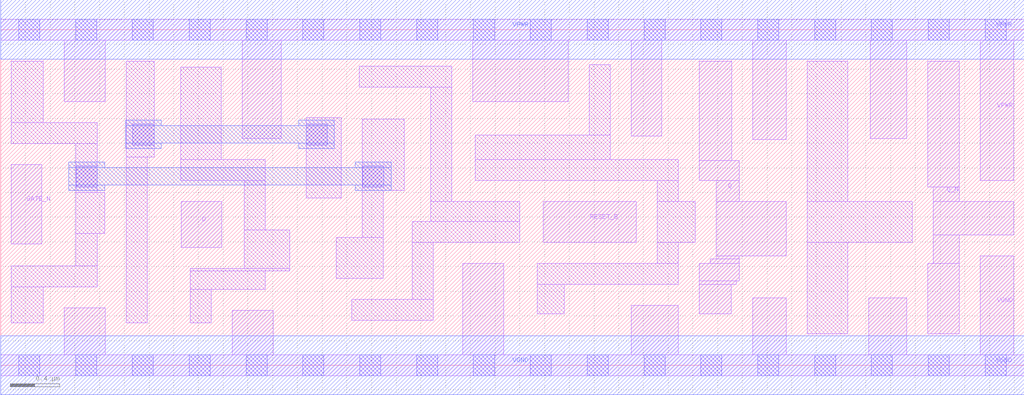
<source format=lef>
# Copyright 2020 The SkyWater PDK Authors
#
# Licensed under the Apache License, Version 2.0 (the "License");
# you may not use this file except in compliance with the License.
# You may obtain a copy of the License at
#
#     https://www.apache.org/licenses/LICENSE-2.0
#
# Unless required by applicable law or agreed to in writing, software
# distributed under the License is distributed on an "AS IS" BASIS,
# WITHOUT WARRANTIES OR CONDITIONS OF ANY KIND, either express or implied.
# See the License for the specific language governing permissions and
# limitations under the License.
#
# SPDX-License-Identifier: Apache-2.0

VERSION 5.7 ;
  NAMESCASESENSITIVE ON ;
  NOWIREEXTENSIONATPIN ON ;
  DIVIDERCHAR "/" ;
  BUSBITCHARS "[]" ;
UNITS
  DATABASE MICRONS 200 ;
END UNITS
MACRO sky130_fd_sc_hd__dlrbn_2
  CLASS CORE ;
  SOURCE USER ;
  FOREIGN sky130_fd_sc_hd__dlrbn_2 ;
  ORIGIN  0.000000  0.000000 ;
  SIZE  8.280000 BY  2.720000 ;
  SYMMETRY X Y R90 ;
  SITE unithd ;
  PIN D
    ANTENNAGATEAREA  0.159000 ;
    DIRECTION INPUT ;
    USE SIGNAL ;
    PORT
      LAYER li1 ;
        RECT 1.460000 0.955000 1.790000 1.325000 ;
    END
  END D
  PIN Q
    ANTENNADIFFAREA  0.536250 ;
    DIRECTION OUTPUT ;
    USE SIGNAL ;
    PORT
      LAYER li1 ;
        RECT 5.650000 0.415000 5.910000 0.655000 ;
        RECT 5.650000 0.655000 5.950000 0.685000 ;
        RECT 5.650000 0.685000 5.975000 0.825000 ;
        RECT 5.650000 1.495000 5.975000 1.660000 ;
        RECT 5.650000 1.660000 5.915000 2.465000 ;
        RECT 5.740000 0.825000 5.975000 0.860000 ;
        RECT 5.790000 0.860000 5.975000 0.885000 ;
        RECT 5.790000 0.885000 6.355000 1.325000 ;
        RECT 5.790000 1.325000 5.975000 1.495000 ;
    END
  END Q
  PIN Q_N
    ANTENNADIFFAREA  0.453750 ;
    DIRECTION OUTPUT ;
    USE SIGNAL ;
    PORT
      LAYER li1 ;
        RECT 7.500000 0.255000 7.755000 0.825000 ;
        RECT 7.500000 1.445000 7.755000 2.465000 ;
        RECT 7.545000 0.825000 7.755000 1.055000 ;
        RECT 7.545000 1.055000 8.195000 1.325000 ;
        RECT 7.545000 1.325000 7.755000 1.445000 ;
    END
  END Q_N
  PIN RESET_B
    ANTENNAGATEAREA  0.247500 ;
    DIRECTION INPUT ;
    USE SIGNAL ;
    PORT
      LAYER li1 ;
        RECT 4.390000 0.995000 5.140000 1.325000 ;
    END
  END RESET_B
  PIN GATE_N
    ANTENNAGATEAREA  0.159000 ;
    DIRECTION INPUT ;
    USE CLOCK ;
    PORT
      LAYER li1 ;
        RECT 0.085000 0.985000 0.330000 1.625000 ;
    END
  END GATE_N
  PIN VGND
    DIRECTION INOUT ;
    SHAPE ABUTMENT ;
    USE GROUND ;
    PORT
      LAYER li1 ;
        RECT 0.000000 -0.085000 8.280000 0.085000 ;
        RECT 0.515000  0.085000 0.845000 0.465000 ;
        RECT 1.875000  0.085000 2.205000 0.445000 ;
        RECT 3.740000  0.085000 4.070000 0.825000 ;
        RECT 5.100000  0.085000 5.480000 0.485000 ;
        RECT 6.085000  0.085000 6.355000 0.545000 ;
        RECT 7.025000  0.085000 7.330000 0.545000 ;
        RECT 7.925000  0.085000 8.195000 0.885000 ;
      LAYER mcon ;
        RECT 0.145000 -0.085000 0.315000 0.085000 ;
        RECT 0.605000 -0.085000 0.775000 0.085000 ;
        RECT 1.065000 -0.085000 1.235000 0.085000 ;
        RECT 1.525000 -0.085000 1.695000 0.085000 ;
        RECT 1.985000 -0.085000 2.155000 0.085000 ;
        RECT 2.445000 -0.085000 2.615000 0.085000 ;
        RECT 2.905000 -0.085000 3.075000 0.085000 ;
        RECT 3.365000 -0.085000 3.535000 0.085000 ;
        RECT 3.825000 -0.085000 3.995000 0.085000 ;
        RECT 4.285000 -0.085000 4.455000 0.085000 ;
        RECT 4.745000 -0.085000 4.915000 0.085000 ;
        RECT 5.205000 -0.085000 5.375000 0.085000 ;
        RECT 5.665000 -0.085000 5.835000 0.085000 ;
        RECT 6.125000 -0.085000 6.295000 0.085000 ;
        RECT 6.585000 -0.085000 6.755000 0.085000 ;
        RECT 7.045000 -0.085000 7.215000 0.085000 ;
        RECT 7.505000 -0.085000 7.675000 0.085000 ;
        RECT 7.965000 -0.085000 8.135000 0.085000 ;
      LAYER met1 ;
        RECT 0.000000 -0.240000 8.280000 0.240000 ;
    END
  END VGND
  PIN VPWR
    DIRECTION INOUT ;
    SHAPE ABUTMENT ;
    USE POWER ;
    PORT
      LAYER li1 ;
        RECT 0.000000 2.635000 8.280000 2.805000 ;
        RECT 0.515000 2.135000 0.845000 2.635000 ;
        RECT 1.955000 1.835000 2.270000 2.635000 ;
        RECT 3.820000 2.135000 4.590000 2.635000 ;
        RECT 5.100000 1.855000 5.350000 2.635000 ;
        RECT 6.085000 1.830000 6.355000 2.635000 ;
        RECT 7.035000 1.835000 7.330000 2.635000 ;
        RECT 7.925000 1.495000 8.195000 2.635000 ;
      LAYER mcon ;
        RECT 0.145000 2.635000 0.315000 2.805000 ;
        RECT 0.605000 2.635000 0.775000 2.805000 ;
        RECT 1.065000 2.635000 1.235000 2.805000 ;
        RECT 1.525000 2.635000 1.695000 2.805000 ;
        RECT 1.985000 2.635000 2.155000 2.805000 ;
        RECT 2.445000 2.635000 2.615000 2.805000 ;
        RECT 2.905000 2.635000 3.075000 2.805000 ;
        RECT 3.365000 2.635000 3.535000 2.805000 ;
        RECT 3.825000 2.635000 3.995000 2.805000 ;
        RECT 4.285000 2.635000 4.455000 2.805000 ;
        RECT 4.745000 2.635000 4.915000 2.805000 ;
        RECT 5.205000 2.635000 5.375000 2.805000 ;
        RECT 5.665000 2.635000 5.835000 2.805000 ;
        RECT 6.125000 2.635000 6.295000 2.805000 ;
        RECT 6.585000 2.635000 6.755000 2.805000 ;
        RECT 7.045000 2.635000 7.215000 2.805000 ;
        RECT 7.505000 2.635000 7.675000 2.805000 ;
        RECT 7.965000 2.635000 8.135000 2.805000 ;
      LAYER met1 ;
        RECT 0.000000 2.480000 8.280000 2.960000 ;
    END
  END VPWR
  OBS
    LAYER li1 ;
      RECT 0.085000 0.345000 0.345000 0.635000 ;
      RECT 0.085000 0.635000 0.780000 0.805000 ;
      RECT 0.085000 1.795000 0.780000 1.965000 ;
      RECT 0.085000 1.965000 0.345000 2.465000 ;
      RECT 0.605000 0.805000 0.780000 1.070000 ;
      RECT 0.605000 1.070000 0.840000 1.400000 ;
      RECT 0.605000 1.400000 0.780000 1.795000 ;
      RECT 1.015000 0.345000 1.185000 1.685000 ;
      RECT 1.015000 1.685000 1.240000 2.465000 ;
      RECT 1.455000 1.495000 2.140000 1.665000 ;
      RECT 1.455000 1.665000 1.785000 2.415000 ;
      RECT 1.535000 0.345000 1.705000 0.615000 ;
      RECT 1.535000 0.615000 2.140000 0.765000 ;
      RECT 1.535000 0.765000 2.340000 0.785000 ;
      RECT 1.970000 0.785000 2.340000 1.095000 ;
      RECT 1.970000 1.095000 2.140000 1.495000 ;
      RECT 2.470000 1.355000 2.755000 2.005000 ;
      RECT 2.715000 0.705000 3.095000 1.035000 ;
      RECT 2.840000 0.365000 3.500000 0.535000 ;
      RECT 2.900000 2.255000 3.650000 2.425000 ;
      RECT 2.925000 1.035000 3.095000 1.415000 ;
      RECT 2.925000 1.415000 3.265000 1.995000 ;
      RECT 3.330000 0.535000 3.500000 0.995000 ;
      RECT 3.330000 0.995000 4.200000 1.165000 ;
      RECT 3.480000 1.165000 4.200000 1.325000 ;
      RECT 3.480000 1.325000 3.650000 2.255000 ;
      RECT 3.840000 1.495000 5.480000 1.665000 ;
      RECT 3.840000 1.665000 4.930000 1.865000 ;
      RECT 4.340000 0.415000 4.560000 0.655000 ;
      RECT 4.340000 0.655000 5.480000 0.825000 ;
      RECT 4.760000 1.865000 4.930000 2.435000 ;
      RECT 5.310000 0.825000 5.480000 0.995000 ;
      RECT 5.310000 0.995000 5.620000 1.325000 ;
      RECT 5.310000 1.325000 5.480000 1.495000 ;
      RECT 6.525000 0.255000 6.855000 0.995000 ;
      RECT 6.525000 0.995000 7.375000 1.325000 ;
      RECT 6.525000 1.325000 6.855000 2.465000 ;
    LAYER mcon ;
      RECT 0.610000 1.445000 0.780000 1.615000 ;
      RECT 1.070000 1.785000 1.240000 1.955000 ;
      RECT 2.470000 1.785000 2.640000 1.955000 ;
      RECT 2.930000 1.445000 3.100000 1.615000 ;
    LAYER met1 ;
      RECT 0.550000 1.415000 0.840000 1.460000 ;
      RECT 0.550000 1.460000 3.160000 1.600000 ;
      RECT 0.550000 1.600000 0.840000 1.645000 ;
      RECT 1.010000 1.755000 1.300000 1.800000 ;
      RECT 1.010000 1.800000 2.700000 1.940000 ;
      RECT 1.010000 1.940000 1.300000 1.985000 ;
      RECT 2.410000 1.755000 2.700000 1.800000 ;
      RECT 2.410000 1.940000 2.700000 1.985000 ;
      RECT 2.870000 1.415000 3.160000 1.460000 ;
      RECT 2.870000 1.600000 3.160000 1.645000 ;
  END
END sky130_fd_sc_hd__dlrbn_2

</source>
